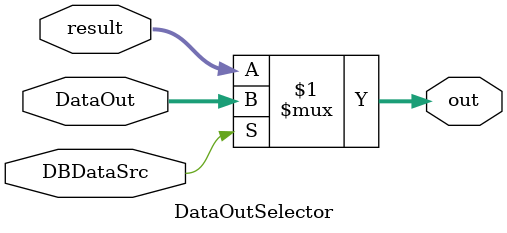
<source format=v>
`timescale 1ns / 1ps


module DataOutSelector(DBDataSrc, result, DataOut, out);
    input DBDataSrc;
    input [31:0] result, DataOut;
    output wire [31:0] out;
    
    assign out = DBDataSrc ? DataOut : result;
endmodule

</source>
